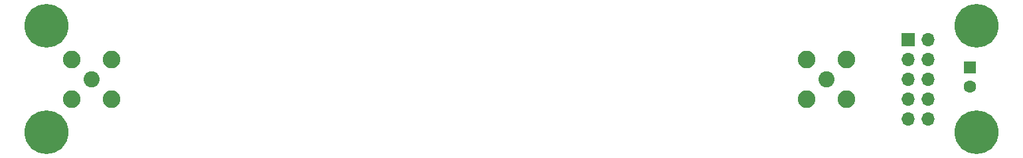
<source format=gbr>
%TF.GenerationSoftware,KiCad,Pcbnew,8.0.1*%
%TF.CreationDate,2024-05-04T10:24:18+02:00*%
%TF.ProjectId,Marconi_2955_Step_Attenuator,4d617263-6f6e-4695-9f32-3935355f5374,rev?*%
%TF.SameCoordinates,Original*%
%TF.FileFunction,Soldermask,Bot*%
%TF.FilePolarity,Negative*%
%FSLAX46Y46*%
G04 Gerber Fmt 4.6, Leading zero omitted, Abs format (unit mm)*
G04 Created by KiCad (PCBNEW 8.0.1) date 2024-05-04 10:24:18*
%MOMM*%
%LPD*%
G01*
G04 APERTURE LIST*
%ADD10C,5.600000*%
%ADD11C,2.250000*%
%ADD12C,2.050000*%
%ADD13R,1.600000X1.600000*%
%ADD14C,1.600000*%
%ADD15R,1.700000X1.700000*%
%ADD16O,1.700000X1.700000*%
G04 APERTURE END LIST*
D10*
%TO.C,REF\u002A\u002A*%
X105181400Y-34467800D03*
%TD*%
%TO.C,REF\u002A\u002A*%
X105181400Y-48107600D03*
%TD*%
%TO.C,REF\u002A\u002A*%
X223824800Y-48107600D03*
%TD*%
%TO.C,REF\u002A\u002A*%
X223824800Y-34442400D03*
%TD*%
D11*
%TO.C,OUT*%
X113538000Y-43820000D03*
X113538000Y-38740000D03*
X108458000Y-43820000D03*
X108458000Y-38740000D03*
D12*
X110998000Y-41280000D03*
%TD*%
D13*
%TO.C,C27*%
X223000000Y-39780000D03*
D14*
X223000000Y-42280000D03*
%TD*%
D12*
%TO.C,IN*%
X204724000Y-41280000D03*
D11*
X202184000Y-38740000D03*
X202184000Y-43820000D03*
X207264000Y-38740000D03*
X207264000Y-43820000D03*
%TD*%
D15*
%TO.C,PM3*%
X215138000Y-36195000D03*
D16*
X217678000Y-36195000D03*
X215138000Y-38735000D03*
X217678000Y-38735000D03*
X215138000Y-41275000D03*
X217678000Y-41275000D03*
X215138000Y-43815000D03*
X217678000Y-43815000D03*
X215138000Y-46355000D03*
X217678000Y-46355000D03*
%TD*%
M02*

</source>
